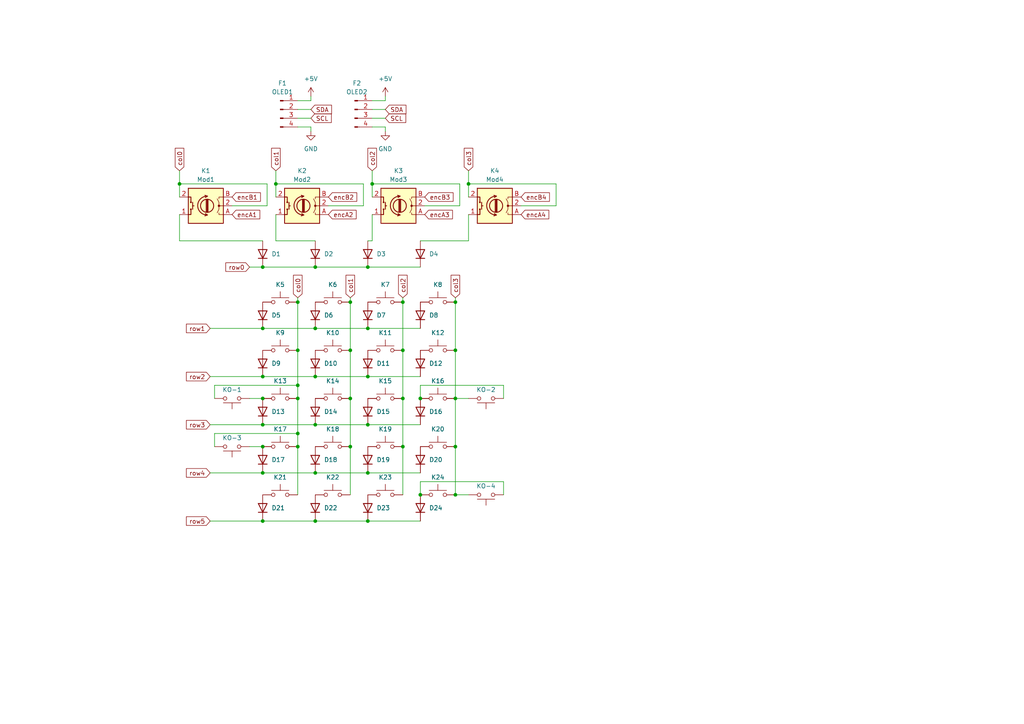
<source format=kicad_sch>
(kicad_sch (version 20211123) (generator eeschema)
  (paper "A4")
  (lib_symbols
    (symbol "Connector:Conn_01x04_Male" (pin_names (offset 1.016) hide)
      (property "Reference" "J" (at 0 5.08 0))
      (property "Value" "Conn_01x04_Male" (at 0 -7.62 0))
      (symbol "Conn_01x04_Male_1_1"
        (polyline (pts (xy 1.27 -5.08) (xy 0.8636 -5.08)) (stroke (width 0.1524)))
        (polyline (pts (xy 1.27 -2.54) (xy 0.8636 -2.54)) (stroke (width 0.1524)))
        (polyline (pts (xy 1.27 0) (xy 0.8636 0)) (stroke (width 0.1524)))
        (polyline (pts (xy 1.27 2.54) (xy 0.8636 2.54)) (stroke (width 0.1524)))
        (rectangle (start 0.8636 -4.953) (end 0 -5.207) (stroke (width 0.1524)) (fill (type outline)))
        (rectangle (start 0.8636 -2.413) (end 0 -2.667) (stroke (width 0.1524)) (fill (type outline)))
        (rectangle (start 0.8636 0.127) (end 0 -0.127) (stroke (width 0.1524)) (fill (type outline)))
        (rectangle (start 0.8636 2.667) (end 0 2.413) (stroke (width 0.1524)) (fill (type outline)))
        (pin passive line (at 5.08 2.54 180) (length 3.81) (name "Pin_1") (number "1"))
        (pin passive line (at 5.08 0 180) (length 3.81) (name "Pin_2") (number "2"))
        (pin passive line (at 5.08 -2.54 180) (length 3.81) (name "Pin_3") (number "3"))
        (pin passive line (at 5.08 -5.08 180) (length 3.81) (name "Pin_4") (number "4"))
      )
    )
    (symbol "Diode:1N4148W" (pin_numbers hide) (pin_names (offset 1.016) hide)
      (property "Reference" "D" (at 0 2.54 0))
      (property "Value" "1N4148W" (at 0 -2.54 0))
      (symbol "1N4148W_0_1"
        (polyline (pts (xy -1.27 1.27) (xy -1.27 -1.27)) (stroke (width 0.254)))
        (polyline (pts (xy 1.27 0) (xy -1.27 0)))
        (polyline (pts (xy 1.27 1.27) (xy 1.27 -1.27) (xy -1.27 0) (xy 1.27 1.27)) (stroke (width 0.254)))
      )
      (symbol "1N4148W_1_1"
        (pin passive line (at -3.81 0 0) (length 2.54) (name "K") (number "1"))
        (pin passive line (at 3.81 0 180) (length 2.54) (name "A") (number "2"))
      )
    )
    (symbol "SW_Push_1" (pin_numbers hide) (pin_names (offset 1.016) hide)
      (property "Reference" "SW" (at 1.27 2.54 0))
      (property "Value" "SW_Push_1" (at 0 -1.524 0))
      (symbol "SW_Push_1_0_1"
        (circle (center -2.032 0) (radius 0.508))
        (polyline (pts (xy 0 1.27) (xy 0 3.048)))
        (polyline (pts (xy 2.54 1.27) (xy -2.54 1.27)))
        (circle (center 2.032 0) (radius 0.508))
        (pin passive line (at -5.08 0 0) (length 2.54) (name "1") (number "1"))
        (pin passive line (at 5.08 0 180) (length 2.54) (name "2") (number "2"))
      )
    )
    (symbol "Switch:SW_Push" (pin_numbers hide) (pin_names (offset 1.016) hide)
      (property "Reference" "SW" (at 1.27 2.54 0))
      (property "Value" "SW_Push" (at 0 -1.524 0))
      (symbol "SW_Push_0_1"
        (circle (center -2.032 0) (radius 0.508))
        (polyline (pts (xy 0 1.27) (xy 0 3.048)))
        (polyline (pts (xy 2.54 1.27) (xy -2.54 1.27)))
        (circle (center 2.032 0) (radius 0.508))
        (pin passive line (at -5.08 0 0) (length 2.54) (name "1") (number "1"))
        (pin passive line (at 5.08 0 180) (length 2.54) (name "2") (number "2"))
      )
    )
    (symbol "marbastlib-various:Hotswap_MX_Encoder" (pin_names (offset 0.254) hide)
      (property "Reference" "SW" (at 0 6.604 0))
      (property "Value" "Hotswap_MX_Encoder" (at 0 -6.604 0))
      (symbol "Hotswap_MX_Encoder_0_1"
        (rectangle (start -5.08 5.08) (end 5.08 -5.08) (stroke (width 0.254)) (fill (type background)))
        (circle (center -3.81 0) (radius 0.254) (fill (type outline)))
        (arc (start -0.381 -2.794) (mid 2.3622 -0.0508) (end -0.381 2.667) (stroke (width 0.254)))
        (circle (center -0.381 0) (radius 1.905) (stroke (width 0.254)))
        (polyline (pts (xy -0.635 -1.778) (xy -0.635 1.778)) (stroke (width 0.254)))
        (polyline (pts (xy -0.381 -1.778) (xy -0.381 1.778)) (stroke (width 0.254)))
        (polyline (pts (xy -0.127 1.778) (xy -0.127 -1.778)) (stroke (width 0.254)))
        (polyline (pts (xy 3.81 0) (xy 3.429 0)) (stroke (width 0.254)))
        (polyline (pts (xy 3.81 1.016) (xy 3.81 -1.016)) (stroke (width 0.254)))
        (polyline (pts (xy -5.08 -2.54) (xy -3.81 -2.54) (xy -3.81 -2.032)))
        (polyline (pts (xy -5.08 2.54) (xy -3.81 2.54) (xy -3.81 2.032)))
        (polyline (pts (xy 0.254 -3.048) (xy -0.508 -2.794) (xy 0.127 -2.413)) (stroke (width 0.254)))
        (polyline (pts (xy 0.254 2.921) (xy -0.508 2.667) (xy 0.127 2.286)) (stroke (width 0.254)))
        (polyline (pts (xy 5.08 -2.54) (xy 4.318 -2.54) (xy 4.318 -1.016)) (stroke (width 0.254)))
        (polyline (pts (xy 5.08 2.54) (xy 4.318 2.54) (xy 4.318 1.016)) (stroke (width 0.254)))
        (polyline (pts (xy -5.08 0) (xy -3.81 0) (xy -3.81 -1.016) (xy -3.302 -2.032)))
        (polyline (pts (xy -4.318 0) (xy -3.81 0) (xy -3.81 1.016) (xy -3.302 2.032)))
        (circle (center 4.318 -1.016) (radius 0.127) (stroke (width 0.254)))
        (circle (center 4.318 1.016) (radius 0.127) (stroke (width 0.254)))
      )
      (symbol "Hotswap_MX_Encoder_1_1"
        (pin passive line (at 7.62 2.54 180) (length 2.54) (name "S1") (number "1"))
        (pin passive line (at -7.62 0 0) (length 2.54) (name "C") (number "2"))
        (pin passive line (at 7.62 -2.54 180) (length 2.54) (name "S2") (number "2"))
        (pin passive line (at -7.62 2.54 0) (length 2.54) (name "A") (number "A"))
        (pin passive line (at -7.62 -2.54 0) (length 2.54) (name "B") (number "B"))
      )
    )
    (symbol "power:+5V" (power) (pin_names (offset 0))
      (property "Value" "+5V" (at 0 3.556 0))
      (symbol "+5V_0_1"
        (polyline (pts (xy -0.762 1.27) (xy 0 2.54)))
        (polyline (pts (xy 0 0) (xy 0 2.54)))
        (polyline (pts (xy 0 2.54) (xy 0.762 1.27)))
      )
      (symbol "+5V_1_1"
        (pin power_in line (at 0 0 90) (length 0) hide (name "+5V") (number "1"))
      )
    )
    (symbol "power:GND" (power) (pin_names (offset 0))
      (property "Value" "GND" (at 0 -3.81 0))
      (symbol "GND_0_1"
        (polyline (pts (xy 0 0) (xy 0 -1.27) (xy 1.27 -1.27) (xy 0 -2.54) (xy -1.27 -1.27) (xy 0 -1.27)))
      )
      (symbol "GND_1_1"
        (pin power_in line (at 0 0 270) (length 0) hide (name "GND") (number "1"))
      )
    )
  )
  (junction (at 101.6 115.57))
  (junction (at 76.2 129.54))
  (junction (at 91.44 95.25))
  (junction (at 76.2 151.13))
  (junction (at 76.2 95.25))
  (junction (at 106.68 137.16))
  (junction (at 91.44 137.16))
  (junction (at 52.07 53.34))
  (junction (at 116.84 87.63))
  (junction (at 106.68 123.19))
  (junction (at 106.68 109.22))
  (junction (at 132.08 143.51))
  (junction (at 76.2 77.47))
  (junction (at 101.6 87.63))
  (junction (at 106.68 95.25))
  (junction (at 116.84 101.6))
  (junction (at 76.2 123.19))
  (junction (at 121.92 143.51))
  (junction (at 91.44 151.13))
  (junction (at 91.44 109.22))
  (junction (at 106.68 151.13))
  (junction (at 116.84 115.57))
  (junction (at 132.08 87.63))
  (junction (at 101.6 101.6))
  (junction (at 76.2 137.16))
  (junction (at 86.36 101.6))
  (junction (at 132.08 129.54))
  (junction (at 116.84 129.54))
  (junction (at 135.89 53.34))
  (junction (at 86.36 115.57))
  (junction (at 86.36 125.73))
  (junction (at 86.36 129.54))
  (junction (at 121.92 115.57))
  (junction (at 76.2 109.22))
  (junction (at 86.36 87.63))
  (junction (at 86.36 111.76))
  (junction (at 91.44 123.19))
  (junction (at 101.6 129.54))
  (junction (at 80.01 53.34))
  (junction (at 132.08 115.57))
  (junction (at 91.44 77.47))
  (junction (at 132.08 101.6))
  (junction (at 106.68 77.47))
  (junction (at 76.2 115.57))
  (junction (at 107.95 53.34))
  (wire (pts (xy 86.36 34.29) (xy 90.17 34.29)))
  (wire (pts (xy 132.08 86.36) (xy 132.08 87.63)))
  (wire (pts (xy 133.35 59.69) (xy 133.35 53.34)))
  (wire (pts (xy 86.36 36.83) (xy 90.17 36.83)))
  (wire (pts (xy 76.2 123.19) (xy 91.44 123.19)))
  (wire (pts (xy 72.39 129.54) (xy 76.2 129.54)))
  (wire (pts (xy 121.92 139.7) (xy 121.92 143.51)))
  (wire (pts (xy 105.41 59.69) (xy 105.41 53.34)))
  (wire (pts (xy 90.17 29.21) (xy 90.17 27.94)))
  (wire (pts (xy 52.07 53.34) (xy 77.47 53.34)))
  (wire (pts (xy 107.95 53.34) (xy 107.95 57.15)))
  (wire (pts (xy 86.36 87.63) (xy 86.36 101.6)))
  (wire (pts (xy 52.07 69.85) (xy 52.07 62.23)))
  (wire (pts (xy 107.95 69.85) (xy 106.68 69.85)))
  (wire (pts (xy 86.36 101.6) (xy 86.36 111.76)))
  (wire (pts (xy 161.29 59.69) (xy 161.29 53.34)))
  (wire (pts (xy 91.44 95.25) (xy 106.68 95.25)))
  (wire (pts (xy 86.36 129.54) (xy 86.36 143.51)))
  (wire (pts (xy 60.96 137.16) (xy 76.2 137.16)))
  (wire (pts (xy 72.39 77.47) (xy 76.2 77.47)))
  (wire (pts (xy 132.08 115.57) (xy 135.89 115.57)))
  (wire (pts (xy 107.95 49.53) (xy 107.95 53.34)))
  (wire (pts (xy 90.17 36.83) (xy 90.17 38.1)))
  (wire (pts (xy 107.95 36.83) (xy 111.76 36.83)))
  (wire (pts (xy 80.01 69.85) (xy 91.44 69.85)))
  (wire (pts (xy 101.6 101.6) (xy 101.6 115.57)))
  (wire (pts (xy 91.44 77.47) (xy 106.68 77.47)))
  (wire (pts (xy 121.92 111.76) (xy 121.92 115.57)))
  (wire (pts (xy 111.76 36.83) (xy 111.76 38.1)))
  (wire (pts (xy 86.36 86.36) (xy 86.36 87.63)))
  (wire (pts (xy 76.2 109.22) (xy 91.44 109.22)))
  (wire (pts (xy 132.08 101.6) (xy 132.08 115.57)))
  (wire (pts (xy 121.92 69.85) (xy 135.89 69.85)))
  (wire (pts (xy 101.6 129.54) (xy 101.6 143.51)))
  (wire (pts (xy 116.84 101.6) (xy 116.84 115.57)))
  (wire (pts (xy 101.6 86.36) (xy 101.6 87.63)))
  (wire (pts (xy 86.36 115.57) (xy 86.36 125.73)))
  (wire (pts (xy 135.89 49.53) (xy 135.89 53.34)))
  (wire (pts (xy 106.68 137.16) (xy 121.92 137.16)))
  (wire (pts (xy 135.89 69.85) (xy 135.89 62.23)))
  (wire (pts (xy 60.96 151.13) (xy 76.2 151.13)))
  (wire (pts (xy 151.13 59.69) (xy 161.29 59.69)))
  (wire (pts (xy 52.07 69.85) (xy 76.2 69.85)))
  (wire (pts (xy 106.68 109.22) (xy 121.92 109.22)))
  (wire (pts (xy 132.08 143.51) (xy 135.89 143.51)))
  (wire (pts (xy 77.47 59.69) (xy 77.47 53.34)))
  (wire (pts (xy 76.2 77.47) (xy 91.44 77.47)))
  (wire (pts (xy 86.36 111.76) (xy 62.23 111.76)))
  (wire (pts (xy 62.23 129.54) (xy 62.23 125.73)))
  (wire (pts (xy 52.07 49.53) (xy 52.07 53.34)))
  (wire (pts (xy 95.25 59.69) (xy 105.41 59.69)))
  (wire (pts (xy 106.68 95.25) (xy 121.92 95.25)))
  (wire (pts (xy 80.01 53.34) (xy 80.01 57.15)))
  (wire (pts (xy 86.36 111.76) (xy 86.36 115.57)))
  (wire (pts (xy 91.44 137.16) (xy 106.68 137.16)))
  (wire (pts (xy 76.2 137.16) (xy 91.44 137.16)))
  (wire (pts (xy 107.95 62.23) (xy 107.95 69.85)))
  (wire (pts (xy 111.76 29.21) (xy 111.76 27.94)))
  (wire (pts (xy 76.2 95.25) (xy 91.44 95.25)))
  (wire (pts (xy 146.05 111.76) (xy 121.92 111.76)))
  (wire (pts (xy 91.44 123.19) (xy 106.68 123.19)))
  (wire (pts (xy 62.23 111.76) (xy 62.23 115.57)))
  (wire (pts (xy 60.96 109.22) (xy 76.2 109.22)))
  (wire (pts (xy 146.05 143.51) (xy 146.05 139.7)))
  (wire (pts (xy 135.89 53.34) (xy 161.29 53.34)))
  (wire (pts (xy 86.36 29.21) (xy 90.17 29.21)))
  (wire (pts (xy 116.84 115.57) (xy 116.84 129.54)))
  (wire (pts (xy 116.84 86.36) (xy 116.84 87.63)))
  (wire (pts (xy 86.36 125.73) (xy 86.36 129.54)))
  (wire (pts (xy 123.19 59.69) (xy 133.35 59.69)))
  (wire (pts (xy 76.2 151.13) (xy 91.44 151.13)))
  (wire (pts (xy 146.05 115.57) (xy 146.05 111.76)))
  (wire (pts (xy 107.95 29.21) (xy 111.76 29.21)))
  (wire (pts (xy 67.31 59.69) (xy 77.47 59.69)))
  (wire (pts (xy 91.44 109.22) (xy 106.68 109.22)))
  (wire (pts (xy 60.96 95.25) (xy 76.2 95.25)))
  (wire (pts (xy 106.68 77.47) (xy 121.92 77.47)))
  (wire (pts (xy 107.95 31.75) (xy 111.76 31.75)))
  (wire (pts (xy 132.08 129.54) (xy 132.08 143.51)))
  (wire (pts (xy 106.68 151.13) (xy 121.92 151.13)))
  (wire (pts (xy 80.01 53.34) (xy 105.41 53.34)))
  (wire (pts (xy 72.39 115.57) (xy 76.2 115.57)))
  (wire (pts (xy 101.6 87.63) (xy 101.6 101.6)))
  (wire (pts (xy 116.84 129.54) (xy 116.84 143.51)))
  (wire (pts (xy 106.68 123.19) (xy 121.92 123.19)))
  (wire (pts (xy 60.96 123.19) (xy 76.2 123.19)))
  (wire (pts (xy 107.95 53.34) (xy 133.35 53.34)))
  (wire (pts (xy 146.05 139.7) (xy 121.92 139.7)))
  (wire (pts (xy 52.07 53.34) (xy 52.07 57.15)))
  (wire (pts (xy 107.95 34.29) (xy 111.76 34.29)))
  (wire (pts (xy 101.6 115.57) (xy 101.6 129.54)))
  (wire (pts (xy 135.89 53.34) (xy 135.89 57.15)))
  (wire (pts (xy 132.08 115.57) (xy 132.08 129.54)))
  (wire (pts (xy 80.01 49.53) (xy 80.01 53.34)))
  (wire (pts (xy 86.36 31.75) (xy 90.17 31.75)))
  (wire (pts (xy 91.44 151.13) (xy 106.68 151.13)))
  (wire (pts (xy 116.84 87.63) (xy 116.84 101.6)))
  (wire (pts (xy 62.23 125.73) (xy 86.36 125.73)))
  (wire (pts (xy 80.01 69.85) (xy 80.01 62.23)))
  (wire (pts (xy 132.08 87.63) (xy 132.08 101.6)))
  (global_label "col0" (shape input) (at 86.36 86.36 90) (property "Intersheet References" "${INTERSHEET_REFS}" (effects hide)))
  (global_label "row1" (shape input) (at 60.96 95.25 180) (property "Intersheet References" "${INTERSHEET_REFS}" (effects hide)))
  (global_label "SCL" (shape input) (at 90.17 34.29 0) (property "Intersheet References" "${INTERSHEET_REFS}" (effects hide)))
  (global_label "SDA" (shape input) (at 90.17 31.75 0) (property "Intersheet References" "${INTERSHEET_REFS}" (effects hide)))
  (global_label "col3" (shape input) (at 132.08 86.36 90) (property "Intersheet References" "${INTERSHEET_REFS}" (effects hide)))
  (global_label "encA4" (shape input) (at 151.13 62.23 0) (property "Intersheet References" "${INTERSHEET_REFS}" (effects hide)))
  (global_label "col3" (shape input) (at 135.89 49.53 90) (property "Intersheet References" "${INTERSHEET_REFS}" (effects hide)))
  (global_label "encB3" (shape input) (at 123.19 57.15 0) (property "Intersheet References" "${INTERSHEET_REFS}" (effects hide)))
  (global_label "row3" (shape input) (at 60.96 123.19 180) (property "Intersheet References" "${INTERSHEET_REFS}" (effects hide)))
  (global_label "col2" (shape input) (at 116.84 86.36 90) (property "Intersheet References" "${INTERSHEET_REFS}" (effects hide)))
  (global_label "encB2" (shape input) (at 95.25 57.15 0) (property "Intersheet References" "${INTERSHEET_REFS}" (effects hide)))
  (global_label "encA3" (shape input) (at 123.19 62.23 0) (property "Intersheet References" "${INTERSHEET_REFS}" (effects hide)))
  (global_label "row0" (shape input) (at 72.39 77.47 180) (property "Intersheet References" "${INTERSHEET_REFS}" (effects hide)))
  (global_label "row5" (shape input) (at 60.96 151.13 180) (property "Intersheet References" "${INTERSHEET_REFS}" (effects hide)))
  (global_label "encB1" (shape input) (at 67.31 57.15 0) (property "Intersheet References" "${INTERSHEET_REFS}" (effects hide)))
  (global_label "row2" (shape input) (at 60.96 109.22 180) (property "Intersheet References" "${INTERSHEET_REFS}" (effects hide)))
  (global_label "col0" (shape input) (at 52.07 49.53 90) (property "Intersheet References" "${INTERSHEET_REFS}" (effects hide)))
  (global_label "encB4" (shape input) (at 151.13 57.15 0) (property "Intersheet References" "${INTERSHEET_REFS}" (effects hide)))
  (global_label "row4" (shape input) (at 60.96 137.16 180) (property "Intersheet References" "${INTERSHEET_REFS}" (effects hide)))
  (global_label "encA1" (shape input) (at 67.31 62.23 0) (property "Intersheet References" "${INTERSHEET_REFS}" (effects hide)))
  (global_label "SCL" (shape input) (at 111.76 34.29 0) (property "Intersheet References" "${INTERSHEET_REFS}" (effects hide)))
  (global_label "encA2" (shape input) (at 95.25 62.23 0) (property "Intersheet References" "${INTERSHEET_REFS}" (effects hide)))
  (global_label "SDA" (shape input) (at 111.76 31.75 0) (property "Intersheet References" "${INTERSHEET_REFS}" (effects hide)))
  (global_label "col2" (shape input) (at 107.95 49.53 90) (property "Intersheet References" "${INTERSHEET_REFS}" (effects hide)))
  (global_label "col1" (shape input) (at 101.6 86.36 90) (property "Intersheet References" "${INTERSHEET_REFS}" (effects hide)))
  (global_label "col1" (shape input) (at 80.01 49.53 90) (property "Intersheet References" "${INTERSHEET_REFS}" (effects hide)))
  (symbol (lib_id "Diode:1N4148W") (at 76.2 105.41 90) (unit 1)
    (property "Reference" "D9" (at 78.74 105.4099 90) (effects (justify right)))
    (property "Value" "1N4148W" (effects hide))
    (property "Footprint" "Diode_SMD:D_SOD-123" (effects hide))
    (property "Datasheet" "https://www.vishay.com/docs/85748/1n4148w.pdf" (effects hide))
  )
  (symbol (lib_id "marbastlib-various:Hotswap_MX_Encoder") (at 87.63 59.69 180) (unit 1)
    (property "Reference" "K2" (at 87.63 49.53 0))
    (property "Value" "Mod2" (at 87.63 52.07 0))
    (property "Footprint" "Switch_Keyboard_Hotswap_Kailh:SW_Hotswap_Kailh_MX_plated_1.00u_Enc" (effects hide))
  )
  (symbol (lib_id "Switch:SW_Push") (at 111.76 101.6 0) (unit 1)
    (property "Reference" "K11" (at 111.76 96.52 0))
    (property "Value" "9" (effects hide))
    (property "Footprint" "Switch_Keyboard_Hotswap_Kailh:SW_Hotswap_Kailh_MX_plated_1.00u" (effects hide))
  )
  (symbol (lib_name "SW_Push_1") (lib_id "Switch:SW_Push") (at 140.97 143.51 180) (unit 1)
    (property "Reference" "KO-4" (at 140.97 140.97 0))
    (property "Value" "4" (effects hide))
    (property "Footprint" "Switch_Keyboard_Hotswap_Kailh:SW_Hotswap_Kailh_MX_plated_1.00u" (effects hide))
  )
  (symbol (lib_name "SW_Push_1") (lib_id "Switch:SW_Push") (at 67.31 129.54 180) (unit 1)
    (property "Reference" "KO-3" (at 67.31 127 0))
    (property "Value" "4" (effects hide))
    (property "Footprint" "Switch_Keyboard_Hotswap_Kailh:SW_Hotswap_Kailh_MX_plated_1.00u" (effects hide))
  )
  (symbol (lib_id "Switch:SW_Push") (at 96.52 87.63 0) (unit 1)
    (property "Reference" "K6" (at 96.52 82.55 0))
    (property "Value" "/" (effects hide))
    (property "Footprint" "Switch_Keyboard_Hotswap_Kailh:SW_Hotswap_Kailh_MX_plated_1.00u" (effects hide))
  )
  (symbol (lib_id "power:GND") (at 90.17 38.1 0) (unit 1)
    (property "Reference" "#PWR030" (effects hide))
    (property "Value" "GND" (at 90.17 43.18 0))
  )
  (symbol (lib_id "Switch:SW_Push") (at 111.76 115.57 0) (unit 1)
    (property "Reference" "K15" (at 111.76 110.49 0))
    (property "Value" "6" (effects hide))
    (property "Footprint" "Switch_Keyboard_Hotswap_Kailh:SW_Hotswap_Kailh_MX_plated_1.00u" (effects hide))
  )
  (symbol (lib_id "Diode:1N4148W") (at 91.44 73.66 90) (unit 1)
    (property "Reference" "D2" (at 93.98 73.6599 90) (effects (justify right)))
    (property "Value" "1N4148W" (effects hide))
    (property "Footprint" "Diode_SMD:D_SOD-123" (effects hide))
    (property "Datasheet" "https://www.vishay.com/docs/85748/1n4148w.pdf" (effects hide))
  )
  (symbol (lib_id "Diode:1N4148W") (at 121.92 73.66 90) (unit 1)
    (property "Reference" "D4" (at 124.46 73.6599 90) (effects (justify right)))
    (property "Value" "1N4148W" (effects hide))
    (property "Footprint" "Diode_SMD:D_SOD-123" (effects hide))
    (property "Datasheet" "https://www.vishay.com/docs/85748/1n4148w.pdf" (effects hide))
  )
  (symbol (lib_name "SW_Push_1") (lib_id "Switch:SW_Push") (at 67.31 115.57 180) (unit 1)
    (property "Reference" "KO-1" (at 67.31 113.03 0))
    (property "Value" "4" (effects hide))
    (property "Footprint" "Switch_Keyboard_Hotswap_Kailh:SW_Hotswap_Kailh_MX_plated_1.00u" (effects hide))
  )
  (symbol (lib_name "SW_Push_1") (lib_id "Switch:SW_Push") (at 140.97 115.57 180) (unit 1)
    (property "Reference" "KO-2" (at 140.97 113.03 0))
    (property "Value" "4" (effects hide))
    (property "Footprint" "Switch_Keyboard_Hotswap_Kailh:SW_Hotswap_Kailh_MX_plated_1.00u" (effects hide))
  )
  (symbol (lib_id "Diode:1N4148W") (at 121.92 91.44 90) (unit 1)
    (property "Reference" "D8" (at 124.46 91.4399 90) (effects (justify right)))
    (property "Value" "1N4148W" (effects hide))
    (property "Footprint" "Diode_SMD:D_SOD-123" (effects hide))
    (property "Datasheet" "https://www.vishay.com/docs/85748/1n4148w.pdf" (effects hide))
  )
  (symbol (lib_id "Switch:SW_Push") (at 111.76 87.63 0) (unit 1)
    (property "Reference" "K7" (at 111.76 82.55 0))
    (property "Value" "*" (effects hide))
    (property "Footprint" "Switch_Keyboard_Hotswap_Kailh:SW_Hotswap_Kailh_MX_plated_1.00u" (effects hide))
  )
  (symbol (lib_id "Diode:1N4148W") (at 76.2 91.44 90) (unit 1)
    (property "Reference" "D5" (at 78.74 91.4399 90) (effects (justify right)))
    (property "Value" "1N4148W" (effects hide))
    (property "Footprint" "Diode_SMD:D_SOD-123" (effects hide))
    (property "Datasheet" "https://www.vishay.com/docs/85748/1n4148w.pdf" (effects hide))
  )
  (symbol (lib_id "Switch:SW_Push") (at 96.52 101.6 0) (unit 1)
    (property "Reference" "K10" (at 96.52 96.52 0))
    (property "Value" "8" (effects hide))
    (property "Footprint" "Switch_Keyboard_Hotswap_Kailh:SW_Hotswap_Kailh_MX_plated_1.00u" (effects hide))
  )
  (symbol (lib_id "Diode:1N4148W") (at 121.92 105.41 90) (unit 1)
    (property "Reference" "D12" (at 124.46 105.4099 90) (effects (justify right)))
    (property "Value" "1N4148W" (effects hide))
    (property "Footprint" "Diode_SMD:D_SOD-123" (effects hide))
    (property "Datasheet" "https://www.vishay.com/docs/85748/1n4148w.pdf" (effects hide))
  )
  (symbol (lib_id "Switch:SW_Push") (at 127 143.51 0) (unit 1)
    (property "Reference" "K24" (at 127 138.43 0))
    (property "Value" "Enter" (effects hide))
    (property "Footprint" "Switch_Keyboard_Hotswap_Kailh:SW_Hotswap_Kailh_MX_plated_1.00u" (effects hide))
  )
  (symbol (lib_id "Switch:SW_Push") (at 96.52 115.57 0) (unit 1)
    (property "Reference" "K14" (at 96.52 110.49 0))
    (property "Value" "5" (effects hide))
    (property "Footprint" "Switch_Keyboard_Hotswap_Kailh:SW_Hotswap_Kailh_MX_plated_1.00u" (effects hide))
  )
  (symbol (lib_id "Diode:1N4148W") (at 106.68 147.32 90) (unit 1)
    (property "Reference" "D23" (at 109.22 147.3199 90) (effects (justify right)))
    (property "Value" "1N4148W" (effects hide))
    (property "Footprint" "Diode_SMD:D_SOD-123" (effects hide))
    (property "Datasheet" "https://www.vishay.com/docs/85748/1n4148w.pdf" (effects hide))
  )
  (symbol (lib_id "Diode:1N4148W") (at 91.44 91.44 90) (unit 1)
    (property "Reference" "D6" (at 93.98 91.4399 90) (effects (justify right)))
    (property "Value" "1N4148W" (effects hide))
    (property "Footprint" "Diode_SMD:D_SOD-123" (effects hide))
    (property "Datasheet" "https://www.vishay.com/docs/85748/1n4148w.pdf" (effects hide))
  )
  (symbol (lib_id "Diode:1N4148W") (at 91.44 133.35 90) (unit 1)
    (property "Reference" "D18" (at 93.98 133.3499 90) (effects (justify right)))
    (property "Value" "1N4148W" (effects hide))
    (property "Footprint" "Diode_SMD:D_SOD-123" (effects hide))
    (property "Datasheet" "https://www.vishay.com/docs/85748/1n4148w.pdf" (effects hide))
  )
  (symbol (lib_id "marbastlib-various:Hotswap_MX_Encoder") (at 143.51 59.69 180) (unit 1)
    (property "Reference" "K4" (at 143.51 49.53 0))
    (property "Value" "Mod4" (at 143.51 52.07 0))
    (property "Footprint" "Switch_Keyboard_Hotswap_Kailh:SW_Hotswap_Kailh_MX_plated_1.00u_Enc" (effects hide))
  )
  (symbol (lib_id "Diode:1N4148W") (at 106.68 91.44 90) (unit 1)
    (property "Reference" "D7" (at 109.22 91.4399 90) (effects (justify right)))
    (property "Value" "1N4148W" (effects hide))
    (property "Footprint" "Diode_SMD:D_SOD-123" (effects hide))
    (property "Datasheet" "https://www.vishay.com/docs/85748/1n4148w.pdf" (effects hide))
  )
  (symbol (lib_id "Diode:1N4148W") (at 121.92 147.32 90) (unit 1)
    (property "Reference" "D24" (at 124.46 147.3199 90) (effects (justify right)))
    (property "Value" "1N4148W" (effects hide))
    (property "Footprint" "Diode_SMD:D_SOD-123" (effects hide))
    (property "Datasheet" "https://www.vishay.com/docs/85748/1n4148w.pdf" (effects hide))
  )
  (symbol (lib_id "Switch:SW_Push") (at 111.76 129.54 0) (unit 1)
    (property "Reference" "K19" (at 111.76 124.46 0))
    (property "Value" "3" (effects hide))
    (property "Footprint" "Switch_Keyboard_Hotswap_Kailh:SW_Hotswap_Kailh_MX_plated_1.00u" (effects hide))
  )
  (symbol (lib_id "Diode:1N4148W") (at 106.68 119.38 90) (unit 1)
    (property "Reference" "D15" (at 109.22 119.3799 90) (effects (justify right)))
    (property "Value" "1N4148W" (effects hide))
    (property "Footprint" "Diode_SMD:D_SOD-123" (effects hide))
    (property "Datasheet" "https://www.vishay.com/docs/85748/1n4148w.pdf" (effects hide))
  )
  (symbol (lib_id "Diode:1N4148W") (at 91.44 119.38 90) (unit 1)
    (property "Reference" "D14" (at 93.98 119.3799 90) (effects (justify right)))
    (property "Value" "1N4148W" (effects hide))
    (property "Footprint" "Diode_SMD:D_SOD-123" (effects hide))
    (property "Datasheet" "https://www.vishay.com/docs/85748/1n4148w.pdf" (effects hide))
  )
  (symbol (lib_id "marbastlib-various:Hotswap_MX_Encoder") (at 59.69 59.69 180) (unit 1)
    (property "Reference" "K1" (at 59.69 49.53 0))
    (property "Value" "Mod1" (at 59.69 52.07 0))
    (property "Footprint" "Switch_Keyboard_Hotswap_Kailh:SW_Hotswap_Kailh_MX_plated_1.00u_Enc" (effects hide))
  )
  (symbol (lib_id "Diode:1N4148W") (at 76.2 133.35 90) (unit 1)
    (property "Reference" "D17" (at 78.74 133.3499 90) (effects (justify right)))
    (property "Value" "1N4148W" (effects hide))
    (property "Footprint" "Diode_SMD:D_SOD-123" (effects hide))
    (property "Datasheet" "https://www.vishay.com/docs/85748/1n4148w.pdf" (effects hide))
  )
  (symbol (lib_id "power:GND") (at 111.76 38.1 0) (unit 1)
    (property "Reference" "#PWR031" (effects hide))
    (property "Value" "GND" (at 111.76 43.18 0))
  )
  (symbol (lib_id "Diode:1N4148W") (at 106.68 105.41 90) (unit 1)
    (property "Reference" "D11" (at 109.22 105.4099 90) (effects (justify right)))
    (property "Value" "1N4148W" (effects hide))
    (property "Footprint" "Diode_SMD:D_SOD-123" (effects hide))
    (property "Datasheet" "https://www.vishay.com/docs/85748/1n4148w.pdf" (effects hide))
  )
  (symbol (lib_id "Switch:SW_Push") (at 81.28 143.51 0) (unit 1)
    (property "Reference" "K21" (at 81.28 138.43 0))
    (property "Value" "0" (effects hide))
    (property "Footprint" "Switch_Keyboard_Hotswap_Kailh:SW_Hotswap_Kailh_MX_plated_1.00u" (effects hide))
  )
  (symbol (lib_id "Switch:SW_Push") (at 127 129.54 0) (unit 1)
    (property "Reference" "K20" (at 127 124.46 0))
    (property "Value" "SW_Push" (effects hide))
    (property "Footprint" "Switch_Keyboard_Hotswap_Kailh:SW_Hotswap_Kailh_MX_plated_1.00u" (effects hide))
  )
  (symbol (lib_id "Diode:1N4148W") (at 121.92 119.38 90) (unit 1)
    (property "Reference" "D16" (at 124.46 119.3799 90) (effects (justify right)))
    (property "Value" "1N4148W" (effects hide))
    (property "Footprint" "Diode_SMD:D_SOD-123" (effects hide))
    (property "Datasheet" "https://www.vishay.com/docs/85748/1n4148w.pdf" (effects hide))
  )
  (symbol (lib_id "Diode:1N4148W") (at 91.44 105.41 90) (unit 1)
    (property "Reference" "D10" (at 93.98 105.4099 90) (effects (justify right)))
    (property "Value" "1N4148W" (effects hide))
    (property "Footprint" "Diode_SMD:D_SOD-123" (effects hide))
    (property "Datasheet" "https://www.vishay.com/docs/85748/1n4148w.pdf" (effects hide))
  )
  (symbol (lib_id "Diode:1N4148W") (at 121.92 133.35 90) (unit 1)
    (property "Reference" "D20" (at 124.46 133.3499 90) (effects (justify right)))
    (property "Value" "1N4148W" (effects hide))
    (property "Footprint" "Diode_SMD:D_SOD-123" (effects hide))
    (property "Datasheet" "https://www.vishay.com/docs/85748/1n4148w.pdf" (effects hide))
  )
  (symbol (lib_id "Switch:SW_Push") (at 127 115.57 0) (unit 1)
    (property "Reference" "K16" (at 127 110.49 0))
    (property "Value" "SW_Push" (effects hide))
    (property "Footprint" "Switch_Keyboard_Hotswap_Kailh:SW_Hotswap_Kailh_MX_plated_1.00u" (effects hide))
  )
  (symbol (lib_id "power:+5V") (at 111.76 27.94 0) (unit 1)
    (property "Reference" "#PWR029" (effects hide))
    (property "Value" "+5V" (at 111.76 22.86 0))
  )
  (symbol (lib_id "Diode:1N4148W") (at 76.2 147.32 90) (unit 1)
    (property "Reference" "D21" (at 78.74 147.3199 90) (effects (justify right)))
    (property "Value" "1N4148W" (effects hide))
    (property "Footprint" "Diode_SMD:D_SOD-123" (effects hide))
    (property "Datasheet" "https://www.vishay.com/docs/85748/1n4148w.pdf" (effects hide))
  )
  (symbol (lib_id "Diode:1N4148W") (at 76.2 119.38 90) (unit 1)
    (property "Reference" "D13" (at 78.74 119.3799 90) (effects (justify right)))
    (property "Value" "1N4148W" (effects hide))
    (property "Footprint" "Diode_SMD:D_SOD-123" (effects hide))
    (property "Datasheet" "https://www.vishay.com/docs/85748/1n4148w.pdf" (effects hide))
  )
  (symbol (lib_id "Switch:SW_Push") (at 81.28 87.63 0) (unit 1)
    (property "Reference" "K5" (at 81.28 82.55 0))
    (property "Value" "Num" (effects hide))
    (property "Footprint" "Switch_Keyboard_Hotswap_Kailh:SW_Hotswap_Kailh_MX_plated_1.00u" (effects hide))
  )
  (symbol (lib_id "Switch:SW_Push") (at 96.52 129.54 0) (unit 1)
    (property "Reference" "K18" (at 96.52 124.46 0))
    (property "Value" "2" (effects hide))
    (property "Footprint" "Switch_Keyboard_Hotswap_Kailh:SW_Hotswap_Kailh_MX_plated_1.00u" (effects hide))
  )
  (symbol (lib_id "Connector:Conn_01x04_Male") (at 102.87 31.75 0) (unit 1)
    (property "Reference" "F2" (at 103.505 24.13 0))
    (property "Value" "OLED2" (at 103.505 26.67 0))
    (property "Footprint" "Connector_PinHeader_2.54mm:PinHeader_1x04_P2.54mm_Vertical" (effects hide))
  )
  (symbol (lib_id "Connector:Conn_01x04_Male") (at 81.28 31.75 0) (unit 1)
    (property "Reference" "F1" (at 81.915 24.13 0))
    (property "Value" "OLED1" (at 81.915 26.67 0))
    (property "Footprint" "Connector_PinHeader_2.54mm:PinHeader_1x04_P2.54mm_Vertical" (effects hide))
  )
  (symbol (lib_id "power:+5V") (at 90.17 27.94 0) (unit 1)
    (property "Reference" "#PWR028" (effects hide))
    (property "Value" "+5V" (at 90.17 22.86 0))
  )
  (symbol (lib_id "Diode:1N4148W") (at 91.44 147.32 90) (unit 1)
    (property "Reference" "D22" (at 93.98 147.3199 90) (effects (justify right)))
    (property "Value" "1N4148W" (effects hide))
    (property "Footprint" "Diode_SMD:D_SOD-123" (effects hide))
    (property "Datasheet" "https://www.vishay.com/docs/85748/1n4148w.pdf" (effects hide))
  )
  (symbol (lib_id "Diode:1N4148W") (at 106.68 133.35 90) (unit 1)
    (property "Reference" "D19" (at 109.22 133.3499 90) (effects (justify right)))
    (property "Value" "1N4148W" (effects hide))
    (property "Footprint" "Diode_SMD:D_SOD-123" (effects hide))
    (property "Datasheet" "https://www.vishay.com/docs/85748/1n4148w.pdf" (effects hide))
  )
  (symbol (lib_id "Switch:SW_Push") (at 96.52 143.51 0) (unit 1)
    (property "Reference" "K22" (at 96.52 138.43 0))
    (property "Value" "." (effects hide))
    (property "Footprint" "Switch_Keyboard_Hotswap_Kailh:SW_Hotswap_Kailh_MX_plated_1.00u" (effects hide))
  )
  (symbol (lib_id "Switch:SW_Push") (at 81.28 101.6 0) (unit 1)
    (property "Reference" "K9" (at 81.28 96.52 0))
    (property "Value" "7" (effects hide))
    (property "Footprint" "Switch_Keyboard_Hotswap_Kailh:SW_Hotswap_Kailh_MX_plated_1.00u" (effects hide))
  )
  (symbol (lib_id "Switch:SW_Push") (at 81.28 115.57 0) (unit 1)
    (property "Reference" "K13" (at 81.28 110.49 0))
    (property "Value" "4" (effects hide))
    (property "Footprint" "Switch_Keyboard_Hotswap_Kailh:SW_Hotswap_Kailh_MX_plated_1.00u" (effects hide))
  )
  (symbol (lib_id "marbastlib-various:Hotswap_MX_Encoder") (at 115.57 59.69 180) (unit 1)
    (property "Reference" "K3" (at 115.57 49.53 0))
    (property "Value" "Mod3" (at 115.57 52.07 0))
    (property "Footprint" "Switch_Keyboard_Hotswap_Kailh:SW_Hotswap_Kailh_MX_plated_1.00u_Enc" (effects hide))
  )
  (symbol (lib_id "Diode:1N4148W") (at 106.68 73.66 90) (unit 1)
    (property "Reference" "D3" (at 109.22 73.6599 90) (effects (justify right)))
    (property "Value" "1N4148W" (effects hide))
    (property "Footprint" "Diode_SMD:D_SOD-123" (effects hide))
    (property "Datasheet" "https://www.vishay.com/docs/85748/1n4148w.pdf" (effects hide))
  )
  (symbol (lib_id "Diode:1N4148W") (at 76.2 73.66 90) (unit 1)
    (property "Reference" "D1" (at 78.74 73.6599 90) (effects (justify right)))
    (property "Value" "1N4148W" (effects hide))
    (property "Footprint" "Diode_SMD:D_SOD-123" (effects hide))
    (property "Datasheet" "https://www.vishay.com/docs/85748/1n4148w.pdf" (effects hide))
  )
  (symbol (lib_id "Switch:SW_Push") (at 127 87.63 0) (unit 1)
    (property "Reference" "K8" (at 127 82.55 0))
    (property "Value" "-" (effects hide))
    (property "Footprint" "Switch_Keyboard_Hotswap_Kailh:SW_Hotswap_Kailh_MX_plated_1.00u" (effects hide))
  )
  (symbol (lib_id "Switch:SW_Push") (at 111.76 143.51 0) (unit 1)
    (property "Reference" "K23" (at 111.76 138.43 0))
    (property "Value" "SW_Push" (effects hide))
    (property "Footprint" "Switch_Keyboard_Hotswap_Kailh:SW_Hotswap_Kailh_MX_plated_1.00u" (effects hide))
  )
  (symbol (lib_id "Switch:SW_Push") (at 81.28 129.54 0) (unit 1)
    (property "Reference" "K17" (at 81.28 124.46 0))
    (property "Value" "1" (effects hide))
    (property "Footprint" "Switch_Keyboard_Hotswap_Kailh:SW_Hotswap_Kailh_MX_plated_1.00u" (effects hide))
  )
  (symbol (lib_id "Switch:SW_Push") (at 127 101.6 0) (unit 1)
    (property "Reference" "K12" (at 127 96.52 0))
    (property "Value" "SW_Push" (effects hide))
    (property "Footprint" "Switch_Keyboard_Hotswap_Kailh:SW_Hotswap_Kailh_MX_plated_1.00u" (effects hide))
  )
)
</source>
